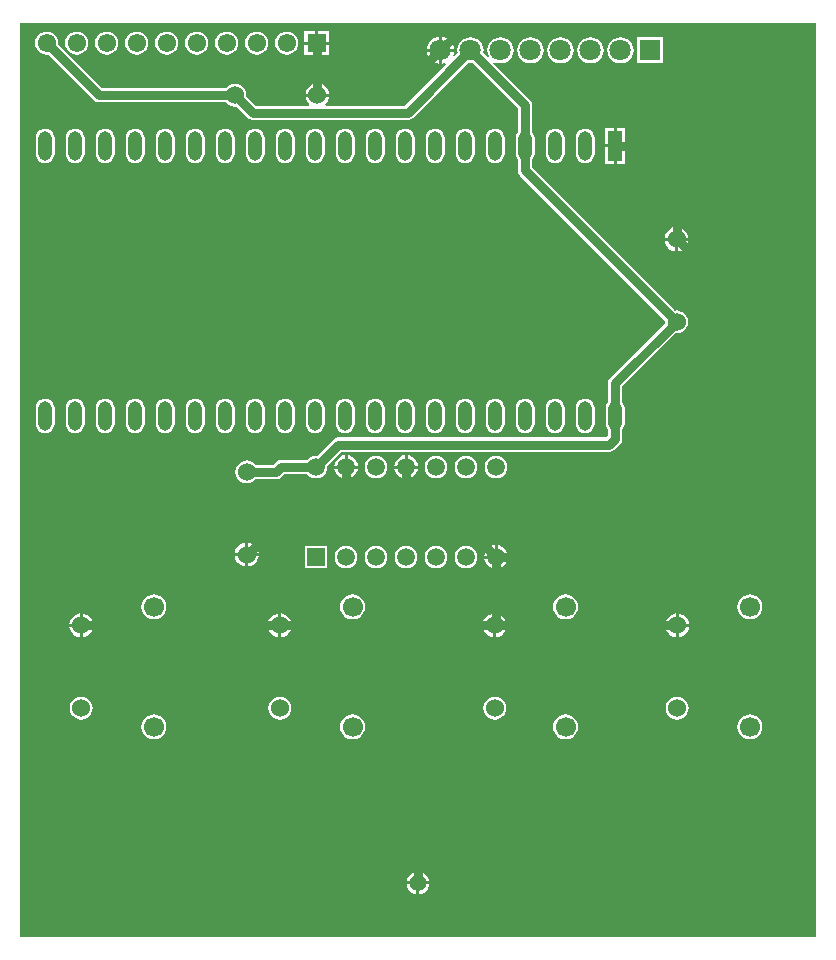
<source format=gbl>
G04 Layer_Physical_Order=2*
G04 Layer_Color=11436288*
%FSLAX44Y44*%
%MOMM*%
G71*
G01*
G75*
%ADD12R,1.5000X1.5000*%
%ADD13C,1.5000*%
%ADD14C,1.7000*%
%ADD15C,1.5240*%
%ADD16R,1.5500X1.5500*%
%ADD17C,1.5500*%
%ADD18R,1.8000X1.8000*%
%ADD19C,1.8000*%
%ADD20R,1.2000X2.5000*%
%ADD21O,1.2000X2.5000*%
%ADD22C,1.4000*%
%ADD23C,0.8000*%
G36*
X986941Y263059D02*
X313059D01*
Y1036941D01*
X986941D01*
Y263059D01*
D02*
G37*
%LPC*%
G36*
X515080Y585730D02*
X506270D01*
Y576920D01*
X507652Y577102D01*
X510124Y578125D01*
X512246Y579754D01*
X513875Y581876D01*
X514898Y584348D01*
X515080Y585730D01*
D02*
G37*
G36*
X503730D02*
X494920D01*
X495102Y584348D01*
X496125Y581876D01*
X497754Y579754D01*
X499876Y578125D01*
X502348Y577102D01*
X503730Y576920D01*
Y585730D01*
D02*
G37*
G36*
X573300Y594400D02*
X554300D01*
Y575400D01*
X573300D01*
Y594400D01*
D02*
G37*
G36*
X714930Y594859D02*
X713579Y594682D01*
X711137Y593670D01*
X709039Y592061D01*
X707430Y589963D01*
X706418Y587521D01*
X706241Y586170D01*
X714930D01*
Y594859D01*
D02*
G37*
G36*
X506270Y597080D02*
Y588270D01*
X515080D01*
X514898Y589652D01*
X513875Y592124D01*
X512246Y594246D01*
X510124Y595875D01*
X507652Y596898D01*
X506270Y597080D01*
D02*
G37*
G36*
X503730D02*
X502348Y596898D01*
X499876Y595875D01*
X497754Y594246D01*
X496125Y592124D01*
X495102Y589652D01*
X494920Y588270D01*
X503730D01*
Y597080D01*
D02*
G37*
G36*
X717470Y594859D02*
Y586170D01*
X726159D01*
X725982Y587521D01*
X724970Y589963D01*
X723361Y592061D01*
X721263Y593670D01*
X718821Y594682D01*
X717470Y594859D01*
D02*
G37*
G36*
X690800Y594482D02*
X688320Y594156D01*
X686009Y593198D01*
X684025Y591675D01*
X682502Y589691D01*
X681544Y587380D01*
X681218Y584900D01*
X681544Y582420D01*
X682502Y580109D01*
X684025Y578125D01*
X686009Y576602D01*
X688320Y575644D01*
X690800Y575318D01*
X693280Y575644D01*
X695591Y576602D01*
X697575Y578125D01*
X699098Y580109D01*
X700055Y582420D01*
X700382Y584900D01*
X700055Y587380D01*
X699098Y589691D01*
X697575Y591675D01*
X695591Y593198D01*
X693280Y594156D01*
X690800Y594482D01*
D02*
G37*
G36*
X726159Y583630D02*
X717470D01*
Y574941D01*
X718821Y575118D01*
X721263Y576130D01*
X723361Y577739D01*
X724970Y579837D01*
X725982Y582279D01*
X726159Y583630D01*
D02*
G37*
G36*
X714930D02*
X706241D01*
X706418Y582279D01*
X707430Y579837D01*
X709039Y577739D01*
X711137Y576130D01*
X713579Y575118D01*
X714930Y574941D01*
Y583630D01*
D02*
G37*
G36*
X931000Y553391D02*
X928259Y553030D01*
X925705Y551972D01*
X923511Y550289D01*
X921828Y548095D01*
X920770Y545541D01*
X920409Y542800D01*
X920770Y540059D01*
X921828Y537505D01*
X923511Y535311D01*
X925705Y533628D01*
X928259Y532570D01*
X931000Y532209D01*
X933741Y532570D01*
X936295Y533628D01*
X938489Y535311D01*
X940172Y537505D01*
X941230Y540059D01*
X941590Y542800D01*
X941230Y545541D01*
X940172Y548095D01*
X938489Y550289D01*
X936295Y551972D01*
X933741Y553030D01*
X931000Y553391D01*
D02*
G37*
G36*
X589200Y594482D02*
X586720Y594156D01*
X584409Y593198D01*
X582425Y591675D01*
X580902Y589691D01*
X579944Y587380D01*
X579618Y584900D01*
X579944Y582420D01*
X580902Y580109D01*
X582425Y578125D01*
X584409Y576602D01*
X586720Y575644D01*
X589200Y575318D01*
X591680Y575644D01*
X593991Y576602D01*
X595975Y578125D01*
X597498Y580109D01*
X598455Y582420D01*
X598782Y584900D01*
X598455Y587380D01*
X597498Y589691D01*
X595975Y591675D01*
X593991Y593198D01*
X591680Y594156D01*
X589200Y594482D01*
D02*
G37*
G36*
X665400D02*
X662920Y594156D01*
X660609Y593198D01*
X658624Y591675D01*
X657102Y589691D01*
X656144Y587380D01*
X655818Y584900D01*
X656144Y582420D01*
X657102Y580109D01*
X658624Y578125D01*
X660609Y576602D01*
X662920Y575644D01*
X665400Y575318D01*
X667880Y575644D01*
X670191Y576602D01*
X672175Y578125D01*
X673698Y580109D01*
X674655Y582420D01*
X674982Y584900D01*
X674655Y587380D01*
X673698Y589691D01*
X672175Y591675D01*
X670191Y593198D01*
X667880Y594156D01*
X665400Y594482D01*
D02*
G37*
G36*
X640000D02*
X637520Y594156D01*
X635209Y593198D01*
X633224Y591675D01*
X631702Y589691D01*
X630745Y587380D01*
X630418Y584900D01*
X630745Y582420D01*
X631702Y580109D01*
X633224Y578125D01*
X635209Y576602D01*
X637520Y575644D01*
X640000Y575318D01*
X642480Y575644D01*
X644791Y576602D01*
X646775Y578125D01*
X648298Y580109D01*
X649255Y582420D01*
X649582Y584900D01*
X649255Y587380D01*
X648298Y589691D01*
X646775Y591675D01*
X644791Y593198D01*
X642480Y594156D01*
X640000Y594482D01*
D02*
G37*
G36*
X614600D02*
X612120Y594156D01*
X609809Y593198D01*
X607825Y591675D01*
X606302Y589691D01*
X605345Y587380D01*
X605018Y584900D01*
X605345Y582420D01*
X606302Y580109D01*
X607825Y578125D01*
X609809Y576602D01*
X612120Y575644D01*
X614600Y575318D01*
X617080Y575644D01*
X619391Y576602D01*
X621375Y578125D01*
X622898Y580109D01*
X623855Y582420D01*
X624182Y584900D01*
X623855Y587380D01*
X622898Y589691D01*
X621375Y591675D01*
X619391Y593198D01*
X617080Y594156D01*
X614600Y594482D01*
D02*
G37*
G36*
X587930Y659830D02*
X579241D01*
X579418Y658479D01*
X580430Y656037D01*
X582039Y653939D01*
X584137Y652330D01*
X586579Y651318D01*
X587930Y651141D01*
Y659830D01*
D02*
G37*
G36*
X641270Y671059D02*
Y662370D01*
X649959D01*
X649782Y663721D01*
X648770Y666163D01*
X647161Y668261D01*
X645063Y669870D01*
X642621Y670882D01*
X641270Y671059D01*
D02*
G37*
G36*
X638730D02*
X637379Y670882D01*
X634937Y669870D01*
X632839Y668261D01*
X631230Y666163D01*
X630218Y663721D01*
X630041Y662370D01*
X638730D01*
Y671059D01*
D02*
G37*
G36*
X590470D02*
Y662370D01*
X599159D01*
X598982Y663721D01*
X597970Y666163D01*
X596361Y668261D01*
X594263Y669870D01*
X591821Y670882D01*
X590470Y671059D01*
D02*
G37*
G36*
X334400Y718969D02*
X332312Y718694D01*
X330365Y717888D01*
X328694Y716606D01*
X327412Y714934D01*
X326606Y712988D01*
X326331Y710900D01*
Y697900D01*
X326606Y695812D01*
X327412Y693866D01*
X328694Y692194D01*
X330365Y690912D01*
X332312Y690106D01*
X334400Y689831D01*
X336488Y690106D01*
X338434Y690912D01*
X340106Y692194D01*
X341388Y693866D01*
X342194Y695812D01*
X342469Y697900D01*
Y710900D01*
X342194Y712988D01*
X341388Y714934D01*
X340106Y716606D01*
X338434Y717888D01*
X336488Y718694D01*
X334400Y718969D01*
D02*
G37*
G36*
X410600D02*
X408512Y718694D01*
X406566Y717888D01*
X404894Y716606D01*
X403612Y714934D01*
X402806Y712988D01*
X402531Y710900D01*
Y697900D01*
X402806Y695812D01*
X403612Y693866D01*
X404894Y692194D01*
X406566Y690912D01*
X408512Y690106D01*
X410600Y689831D01*
X412688Y690106D01*
X414635Y690912D01*
X416306Y692194D01*
X417588Y693866D01*
X418394Y695812D01*
X418669Y697900D01*
Y710900D01*
X418394Y712988D01*
X417588Y714934D01*
X416306Y716606D01*
X414635Y717888D01*
X412688Y718694D01*
X410600Y718969D01*
D02*
G37*
G36*
X385200D02*
X383112Y718694D01*
X381166Y717888D01*
X379494Y716606D01*
X378212Y714934D01*
X377406Y712988D01*
X377131Y710900D01*
Y697900D01*
X377406Y695812D01*
X378212Y693866D01*
X379494Y692194D01*
X381166Y690912D01*
X383112Y690106D01*
X385200Y689831D01*
X387288Y690106D01*
X389235Y690912D01*
X390906Y692194D01*
X392188Y693866D01*
X392994Y695812D01*
X393269Y697900D01*
Y710900D01*
X392994Y712988D01*
X392188Y714934D01*
X390906Y716606D01*
X389235Y717888D01*
X387288Y718694D01*
X385200Y718969D01*
D02*
G37*
G36*
X359800D02*
X357712Y718694D01*
X355765Y717888D01*
X354094Y716606D01*
X352812Y714934D01*
X352006Y712988D01*
X351731Y710900D01*
Y697900D01*
X352006Y695812D01*
X352812Y693866D01*
X354094Y692194D01*
X355765Y690912D01*
X357712Y690106D01*
X359800Y689831D01*
X361888Y690106D01*
X363834Y690912D01*
X365506Y692194D01*
X366788Y693866D01*
X367594Y695812D01*
X367869Y697900D01*
Y710900D01*
X367594Y712988D01*
X366788Y714934D01*
X365506Y716606D01*
X363834Y717888D01*
X361888Y718694D01*
X359800Y718969D01*
D02*
G37*
G36*
X587930Y671059D02*
X586579Y670882D01*
X584137Y669870D01*
X582039Y668261D01*
X580430Y666163D01*
X579418Y663721D01*
X579241Y662370D01*
X587930D01*
Y671059D01*
D02*
G37*
G36*
X649959Y659830D02*
X641270D01*
Y651141D01*
X642621Y651318D01*
X645063Y652330D01*
X647161Y653939D01*
X648770Y656037D01*
X649782Y658479D01*
X649959Y659830D01*
D02*
G37*
G36*
X638730D02*
X630041D01*
X630218Y658479D01*
X631230Y656037D01*
X632839Y653939D01*
X634937Y652330D01*
X637379Y651318D01*
X638730Y651141D01*
Y659830D01*
D02*
G37*
G36*
X599159D02*
X590470D01*
Y651141D01*
X591821Y651318D01*
X594263Y652330D01*
X596361Y653939D01*
X597970Y656037D01*
X598982Y658479D01*
X599159Y659830D01*
D02*
G37*
G36*
X614600Y670682D02*
X612120Y670356D01*
X609809Y669398D01*
X607825Y667875D01*
X606302Y665891D01*
X605345Y663580D01*
X605018Y661100D01*
X605345Y658620D01*
X606302Y656309D01*
X607825Y654324D01*
X609809Y652802D01*
X612120Y651844D01*
X614600Y651518D01*
X617080Y651844D01*
X619391Y652802D01*
X621375Y654324D01*
X622898Y656309D01*
X623855Y658620D01*
X624182Y661100D01*
X623855Y663580D01*
X622898Y665891D01*
X621375Y667875D01*
X619391Y669398D01*
X617080Y670356D01*
X614600Y670682D01*
D02*
G37*
G36*
X716200D02*
X713720Y670356D01*
X711409Y669398D01*
X709425Y667875D01*
X707902Y665891D01*
X706945Y663580D01*
X706618Y661100D01*
X706945Y658620D01*
X707902Y656309D01*
X709425Y654324D01*
X711409Y652802D01*
X713720Y651844D01*
X716200Y651518D01*
X718680Y651844D01*
X720991Y652802D01*
X722975Y654324D01*
X724498Y656309D01*
X725455Y658620D01*
X725782Y661100D01*
X725455Y663580D01*
X724498Y665891D01*
X722975Y667875D01*
X720991Y669398D01*
X718680Y670356D01*
X716200Y670682D01*
D02*
G37*
G36*
X690800D02*
X688320Y670356D01*
X686009Y669398D01*
X684025Y667875D01*
X682502Y665891D01*
X681544Y663580D01*
X681218Y661100D01*
X681544Y658620D01*
X682502Y656309D01*
X684025Y654324D01*
X686009Y652802D01*
X688320Y651844D01*
X690800Y651518D01*
X693280Y651844D01*
X695591Y652802D01*
X697575Y654324D01*
X699098Y656309D01*
X700055Y658620D01*
X700382Y661100D01*
X700055Y663580D01*
X699098Y665891D01*
X697575Y667875D01*
X695591Y669398D01*
X693280Y670356D01*
X690800Y670682D01*
D02*
G37*
G36*
X665400D02*
X662920Y670356D01*
X660609Y669398D01*
X658624Y667875D01*
X657102Y665891D01*
X656144Y663580D01*
X655818Y661100D01*
X656144Y658620D01*
X657102Y656309D01*
X658624Y654324D01*
X660609Y652802D01*
X662920Y651844D01*
X665400Y651518D01*
X667880Y651844D01*
X670191Y652802D01*
X672175Y654324D01*
X673698Y656309D01*
X674655Y658620D01*
X674982Y661100D01*
X674655Y663580D01*
X673698Y665891D01*
X672175Y667875D01*
X670191Y669398D01*
X667880Y670356D01*
X665400Y670682D01*
D02*
G37*
G36*
X715000Y466703D02*
X712489Y466372D01*
X710148Y465403D01*
X708139Y463861D01*
X706597Y461852D01*
X705628Y459511D01*
X705297Y457000D01*
X705628Y454489D01*
X706597Y452149D01*
X708139Y450139D01*
X710148Y448597D01*
X712489Y447628D01*
X715000Y447297D01*
X717511Y447628D01*
X719852Y448597D01*
X721861Y450139D01*
X723403Y452149D01*
X724372Y454489D01*
X724703Y457000D01*
X724372Y459511D01*
X723403Y461852D01*
X721861Y463861D01*
X719852Y465403D01*
X717511Y466372D01*
X715000Y466703D01*
D02*
G37*
G36*
X533163D02*
X530652Y466372D01*
X528311Y465403D01*
X526302Y463861D01*
X524760Y461852D01*
X523791Y459511D01*
X523460Y457000D01*
X523791Y454489D01*
X524760Y452149D01*
X526302Y450139D01*
X528311Y448597D01*
X530652Y447628D01*
X533163Y447297D01*
X535674Y447628D01*
X538014Y448597D01*
X540024Y450139D01*
X541566Y452149D01*
X542535Y454489D01*
X542866Y457000D01*
X542535Y459511D01*
X541566Y461852D01*
X540024Y463861D01*
X538014Y465403D01*
X535674Y466372D01*
X533163Y466703D01*
D02*
G37*
G36*
X365000D02*
X362489Y466372D01*
X360149Y465403D01*
X358139Y463861D01*
X356597Y461852D01*
X355628Y459511D01*
X355297Y457000D01*
X355628Y454489D01*
X356597Y452149D01*
X358139Y450139D01*
X360149Y448597D01*
X362489Y447628D01*
X365000Y447297D01*
X367511Y447628D01*
X369851Y448597D01*
X371861Y450139D01*
X373403Y452149D01*
X374372Y454489D01*
X374703Y457000D01*
X374372Y459511D01*
X373403Y461852D01*
X371861Y463861D01*
X369851Y465403D01*
X367511Y466372D01*
X365000Y466703D01*
D02*
G37*
G36*
X869489D02*
X866977Y466372D01*
X864637Y465403D01*
X862627Y463861D01*
X861085Y461852D01*
X860116Y459511D01*
X859786Y457000D01*
X860116Y454489D01*
X861085Y452149D01*
X862627Y450139D01*
X864637Y448597D01*
X866977Y447628D01*
X869489Y447297D01*
X872000Y447628D01*
X874340Y448597D01*
X876349Y450139D01*
X877891Y452149D01*
X878861Y454489D01*
X879192Y457000D01*
X878861Y459511D01*
X877891Y461852D01*
X876349Y463861D01*
X874340Y465403D01*
X872000Y466372D01*
X869489Y466703D01*
D02*
G37*
G36*
X531893Y525730D02*
X523082D01*
X523264Y524348D01*
X524288Y521876D01*
X525917Y519754D01*
X528039Y518125D01*
X530510Y517102D01*
X531893Y516920D01*
Y525730D01*
D02*
G37*
G36*
X375080D02*
X366270D01*
Y516920D01*
X367652Y517102D01*
X370124Y518125D01*
X372246Y519754D01*
X373875Y521876D01*
X374898Y524348D01*
X375080Y525730D01*
D02*
G37*
G36*
X363730D02*
X354920D01*
X355102Y524348D01*
X356125Y521876D01*
X357754Y519754D01*
X359876Y518125D01*
X362348Y517102D01*
X363730Y516920D01*
Y525730D01*
D02*
G37*
G36*
X931000Y451791D02*
X928259Y451430D01*
X925705Y450372D01*
X923511Y448689D01*
X921828Y446495D01*
X920770Y443941D01*
X920409Y441200D01*
X920770Y438459D01*
X921828Y435905D01*
X923511Y433711D01*
X925705Y432028D01*
X928259Y430970D01*
X931000Y430609D01*
X933741Y430970D01*
X936295Y432028D01*
X938489Y433711D01*
X940172Y435905D01*
X941230Y438459D01*
X941590Y441200D01*
X941230Y443941D01*
X940172Y446495D01*
X938489Y448689D01*
X936295Y450372D01*
X933741Y451430D01*
X931000Y451791D01*
D02*
G37*
G36*
X648730Y318455D02*
X647510Y318294D01*
X645189Y317333D01*
X643196Y315804D01*
X641667Y313811D01*
X640706Y311490D01*
X640545Y310270D01*
X648730D01*
Y318455D01*
D02*
G37*
G36*
X659455Y307730D02*
X651270D01*
Y299545D01*
X652490Y299706D01*
X654811Y300667D01*
X656804Y302196D01*
X658333Y304189D01*
X659295Y306509D01*
X659455Y307730D01*
D02*
G37*
G36*
X648730D02*
X640545D01*
X640706Y306509D01*
X641667Y304189D01*
X643196Y302196D01*
X645189Y300667D01*
X647510Y299706D01*
X648730Y299545D01*
Y307730D01*
D02*
G37*
G36*
X651270Y318455D02*
Y310270D01*
X659455D01*
X659295Y311490D01*
X658333Y313811D01*
X656804Y315804D01*
X654811Y317333D01*
X652490Y318294D01*
X651270Y318455D01*
D02*
G37*
G36*
X775000Y451791D02*
X772259Y451430D01*
X769705Y450372D01*
X767511Y448689D01*
X765828Y446495D01*
X764770Y443941D01*
X764409Y441200D01*
X764770Y438459D01*
X765828Y435905D01*
X767511Y433711D01*
X769705Y432028D01*
X772259Y430970D01*
X775000Y430609D01*
X777741Y430970D01*
X780295Y432028D01*
X782489Y433711D01*
X784172Y435905D01*
X785230Y438459D01*
X785591Y441200D01*
X785230Y443941D01*
X784172Y446495D01*
X782489Y448689D01*
X780295Y450372D01*
X777741Y451430D01*
X775000Y451791D01*
D02*
G37*
G36*
X594674D02*
X591933Y451430D01*
X589379Y450372D01*
X587186Y448689D01*
X585503Y446495D01*
X584445Y443941D01*
X584084Y441200D01*
X584445Y438459D01*
X585503Y435905D01*
X587186Y433711D01*
X589379Y432028D01*
X591933Y430970D01*
X594674Y430609D01*
X597415Y430970D01*
X599969Y432028D01*
X602163Y433711D01*
X603846Y435905D01*
X604904Y438459D01*
X605265Y441200D01*
X604904Y443941D01*
X603846Y446495D01*
X602163Y448689D01*
X599969Y450372D01*
X597415Y451430D01*
X594674Y451791D01*
D02*
G37*
G36*
X426511D02*
X423770Y451430D01*
X421216Y450372D01*
X419023Y448689D01*
X417340Y446495D01*
X416282Y443941D01*
X415921Y441200D01*
X416282Y438459D01*
X417340Y435905D01*
X419023Y433711D01*
X421216Y432028D01*
X423770Y430970D01*
X426511Y430609D01*
X429253Y430970D01*
X431807Y432028D01*
X434000Y433711D01*
X435683Y435905D01*
X436741Y438459D01*
X437102Y441200D01*
X436741Y443941D01*
X435683Y446495D01*
X434000Y448689D01*
X431807Y450372D01*
X429253Y451430D01*
X426511Y451791D01*
D02*
G37*
G36*
X543243Y525730D02*
X534433D01*
Y516920D01*
X535815Y517102D01*
X538287Y518125D01*
X540409Y519754D01*
X542038Y521876D01*
X543061Y524348D01*
X543243Y525730D01*
D02*
G37*
G36*
X868219Y537080D02*
X866836Y536898D01*
X864365Y535875D01*
X862242Y534246D01*
X860614Y532124D01*
X859590Y529652D01*
X859408Y528270D01*
X868219D01*
Y537080D01*
D02*
G37*
G36*
X716270D02*
Y528270D01*
X725080D01*
X724899Y529652D01*
X723875Y532124D01*
X722246Y534246D01*
X720124Y535875D01*
X717652Y536898D01*
X716270Y537080D01*
D02*
G37*
G36*
X713730D02*
X712348Y536898D01*
X709876Y535875D01*
X707754Y534246D01*
X706125Y532124D01*
X705101Y529652D01*
X704920Y528270D01*
X713730D01*
Y537080D01*
D02*
G37*
G36*
X870759D02*
Y528270D01*
X879569D01*
X879387Y529652D01*
X878363Y532124D01*
X876735Y534246D01*
X874612Y535875D01*
X872141Y536898D01*
X870759Y537080D01*
D02*
G37*
G36*
X775000Y553391D02*
X772259Y553030D01*
X769705Y551972D01*
X767511Y550289D01*
X765828Y548095D01*
X764770Y545541D01*
X764409Y542800D01*
X764770Y540059D01*
X765828Y537505D01*
X767511Y535311D01*
X769705Y533628D01*
X772259Y532570D01*
X775000Y532209D01*
X777741Y532570D01*
X780295Y533628D01*
X782489Y535311D01*
X784172Y537505D01*
X785230Y540059D01*
X785591Y542800D01*
X785230Y545541D01*
X784172Y548095D01*
X782489Y550289D01*
X780295Y551972D01*
X777741Y553030D01*
X775000Y553391D01*
D02*
G37*
G36*
X594674D02*
X591933Y553030D01*
X589379Y551972D01*
X587186Y550289D01*
X585503Y548095D01*
X584445Y545541D01*
X584084Y542800D01*
X584445Y540059D01*
X585503Y537505D01*
X587186Y535311D01*
X589379Y533628D01*
X591933Y532570D01*
X594674Y532209D01*
X597415Y532570D01*
X599969Y533628D01*
X602163Y535311D01*
X603846Y537505D01*
X604904Y540059D01*
X605265Y542800D01*
X604904Y545541D01*
X603846Y548095D01*
X602163Y550289D01*
X599969Y551972D01*
X597415Y553030D01*
X594674Y553391D01*
D02*
G37*
G36*
X426511D02*
X423770Y553030D01*
X421216Y551972D01*
X419023Y550289D01*
X417340Y548095D01*
X416282Y545541D01*
X415921Y542800D01*
X416282Y540059D01*
X417340Y537505D01*
X419023Y535311D01*
X421216Y533628D01*
X423770Y532570D01*
X426511Y532209D01*
X429253Y532570D01*
X431807Y533628D01*
X434000Y535311D01*
X435683Y537505D01*
X436741Y540059D01*
X437102Y542800D01*
X436741Y545541D01*
X435683Y548095D01*
X434000Y550289D01*
X431807Y551972D01*
X429253Y553030D01*
X426511Y553391D01*
D02*
G37*
G36*
X534433Y537080D02*
Y528270D01*
X543243D01*
X543061Y529652D01*
X542038Y532124D01*
X540409Y534246D01*
X538287Y535875D01*
X535815Y536898D01*
X534433Y537080D01*
D02*
G37*
G36*
X868219Y525730D02*
X859408D01*
X859590Y524348D01*
X860614Y521876D01*
X862242Y519754D01*
X864365Y518125D01*
X866836Y517102D01*
X868219Y516920D01*
Y525730D01*
D02*
G37*
G36*
X725080D02*
X716270D01*
Y516920D01*
X717652Y517102D01*
X720124Y518125D01*
X722246Y519754D01*
X723875Y521876D01*
X724899Y524348D01*
X725080Y525730D01*
D02*
G37*
G36*
X713730D02*
X704920D01*
X705101Y524348D01*
X706125Y521876D01*
X707754Y519754D01*
X709876Y518125D01*
X712348Y517102D01*
X713730Y516920D01*
Y525730D01*
D02*
G37*
G36*
X879569D02*
X870759D01*
Y516920D01*
X872141Y517102D01*
X874612Y518125D01*
X876735Y519754D01*
X878363Y521876D01*
X879387Y524348D01*
X879569Y525730D01*
D02*
G37*
G36*
X531893Y537080D02*
X530510Y536898D01*
X528039Y535875D01*
X525917Y534246D01*
X524288Y532124D01*
X523264Y529652D01*
X523082Y528270D01*
X531893D01*
Y537080D01*
D02*
G37*
G36*
X366270D02*
Y528270D01*
X375080D01*
X374898Y529652D01*
X373875Y532124D01*
X372246Y534246D01*
X370124Y535875D01*
X367652Y536898D01*
X366270Y537080D01*
D02*
G37*
G36*
X363730D02*
X362348Y536898D01*
X359876Y535875D01*
X357754Y534246D01*
X356125Y532124D01*
X355102Y529652D01*
X354920Y528270D01*
X363730D01*
Y537080D01*
D02*
G37*
G36*
X436000Y718969D02*
X433912Y718694D01*
X431965Y717888D01*
X430294Y716606D01*
X429012Y714934D01*
X428206Y712988D01*
X427931Y710900D01*
Y697900D01*
X428206Y695812D01*
X429012Y693866D01*
X430294Y692194D01*
X431965Y690912D01*
X433912Y690106D01*
X436000Y689831D01*
X438088Y690106D01*
X440034Y690912D01*
X441706Y692194D01*
X442988Y693866D01*
X443794Y695812D01*
X444069Y697900D01*
Y710900D01*
X443794Y712988D01*
X442988Y714934D01*
X441706Y716606D01*
X440034Y717888D01*
X438088Y718694D01*
X436000Y718969D01*
D02*
G37*
G36*
X667830Y1012730D02*
X657628D01*
X657857Y1010987D01*
X659020Y1008180D01*
X660870Y1005770D01*
X663280Y1003920D01*
X666087Y1002757D01*
X667830Y1002528D01*
Y1012730D01*
D02*
G37*
G36*
X566270Y986080D02*
Y977270D01*
X575080D01*
X574898Y978652D01*
X573875Y981124D01*
X572246Y983246D01*
X570124Y984875D01*
X567652Y985899D01*
X566270Y986080D01*
D02*
G37*
G36*
X563730D02*
X562348Y985899D01*
X559876Y984875D01*
X557754Y983246D01*
X556125Y981124D01*
X555102Y978652D01*
X554920Y977270D01*
X563730D01*
Y986080D01*
D02*
G37*
G36*
X335700Y1029834D02*
X333155Y1029499D01*
X330783Y1028517D01*
X328746Y1026954D01*
X327183Y1024917D01*
X326201Y1022545D01*
X325866Y1020000D01*
X326201Y1017455D01*
X327183Y1015083D01*
X328746Y1013046D01*
X330783Y1011483D01*
X333155Y1010501D01*
X335700Y1010166D01*
X336745Y1010303D01*
X375374Y971674D01*
X377359Y970348D01*
X379700Y969883D01*
X487568D01*
X488139Y969139D01*
X490149Y967597D01*
X492489Y966628D01*
X495000Y966297D01*
X495929Y966419D01*
X505674Y956674D01*
X507659Y955348D01*
X510000Y954883D01*
X641500D01*
X643841Y955348D01*
X645826Y956674D01*
X692341Y1003189D01*
X694500Y1002905D01*
X696659Y1003189D01*
X734682Y965166D01*
Y944669D01*
X733812Y943534D01*
X733006Y941588D01*
X732731Y939500D01*
Y926500D01*
X733006Y924412D01*
X733812Y922466D01*
X734682Y921331D01*
Y912200D01*
X735148Y909859D01*
X736474Y907874D01*
X859419Y784929D01*
X859297Y784000D01*
X859419Y783071D01*
X812674Y736326D01*
X811348Y734341D01*
X810882Y732000D01*
Y716069D01*
X810012Y714934D01*
X809206Y712988D01*
X808931Y710900D01*
Y697900D01*
X809206Y695812D01*
X810012Y693866D01*
X810882Y692731D01*
Y687534D01*
X809466Y686118D01*
X582700D01*
X580359Y685652D01*
X578374Y684326D01*
X564622Y670574D01*
X563800Y670682D01*
X561320Y670356D01*
X559009Y669398D01*
X557024Y667875D01*
X556520Y667217D01*
X534100D01*
X531759Y666752D01*
X529774Y665426D01*
X527466Y663118D01*
X512432D01*
X511861Y663861D01*
X509851Y665403D01*
X507511Y666372D01*
X505000Y666703D01*
X502489Y666372D01*
X500149Y665403D01*
X498139Y663861D01*
X496597Y661852D01*
X495628Y659511D01*
X495297Y657000D01*
X495628Y654489D01*
X496597Y652149D01*
X498139Y650139D01*
X500149Y648597D01*
X502489Y647628D01*
X505000Y647297D01*
X507511Y647628D01*
X509851Y648597D01*
X511861Y650139D01*
X512432Y650882D01*
X530000D01*
X532341Y651348D01*
X534326Y652674D01*
X536634Y654983D01*
X556520D01*
X557024Y654324D01*
X559009Y652802D01*
X561320Y651844D01*
X563800Y651518D01*
X566280Y651844D01*
X568591Y652802D01*
X570575Y654324D01*
X572098Y656309D01*
X573055Y658620D01*
X573382Y661100D01*
X573274Y661922D01*
X585234Y673883D01*
X812000D01*
X814341Y674348D01*
X816326Y675674D01*
X821326Y680674D01*
X822652Y682659D01*
X823118Y685000D01*
Y692731D01*
X823988Y693866D01*
X824794Y695812D01*
X825069Y697900D01*
Y710900D01*
X824794Y712988D01*
X823988Y714934D01*
X823118Y716069D01*
Y729466D01*
X868071Y774419D01*
X869000Y774297D01*
X871511Y774628D01*
X873851Y775597D01*
X875861Y777139D01*
X877403Y779148D01*
X878372Y781489D01*
X878703Y784000D01*
X878372Y786511D01*
X877403Y788851D01*
X875861Y790861D01*
X873851Y792403D01*
X871511Y793372D01*
X869000Y793703D01*
X868071Y793581D01*
X746917Y914734D01*
Y921331D01*
X747788Y922466D01*
X748594Y924412D01*
X748869Y926500D01*
Y939500D01*
X748594Y941588D01*
X747788Y943534D01*
X746917Y944669D01*
Y967700D01*
X746452Y970041D01*
X745921Y970836D01*
X745126Y972026D01*
X713980Y1003171D01*
X714700Y1004248D01*
X717028Y1003283D01*
X719900Y1002905D01*
X722772Y1003283D01*
X725447Y1004391D01*
X727745Y1006155D01*
X729509Y1008453D01*
X730617Y1011128D01*
X730995Y1014000D01*
X730617Y1016872D01*
X729509Y1019548D01*
X727745Y1021845D01*
X725447Y1023608D01*
X722772Y1024717D01*
X719900Y1025095D01*
X717028Y1024717D01*
X714352Y1023608D01*
X712055Y1021845D01*
X710292Y1019548D01*
X709183Y1016872D01*
X708805Y1014000D01*
X709183Y1011128D01*
X710148Y1008800D01*
X709071Y1008081D01*
X705311Y1011841D01*
X705595Y1014000D01*
X705217Y1016872D01*
X704109Y1019548D01*
X702345Y1021845D01*
X700048Y1023608D01*
X697372Y1024717D01*
X694500Y1025095D01*
X691628Y1024717D01*
X688952Y1023608D01*
X686655Y1021845D01*
X684892Y1019548D01*
X683783Y1016872D01*
X683405Y1014000D01*
X683689Y1011841D01*
X680927Y1009078D01*
X679850Y1009798D01*
X680343Y1010987D01*
X680572Y1012730D01*
X670370D01*
Y1002528D01*
X672113Y1002757D01*
X673302Y1003250D01*
X674022Y1002173D01*
X638966Y967117D01*
X572200D01*
X571769Y968388D01*
X572246Y968754D01*
X573875Y970876D01*
X574898Y973348D01*
X575080Y974730D01*
X554920D01*
X555102Y973348D01*
X556125Y970876D01*
X557754Y968754D01*
X558231Y968388D01*
X557800Y967117D01*
X512534D01*
X504581Y975071D01*
X504703Y976000D01*
X504372Y978511D01*
X503403Y980852D01*
X501861Y982861D01*
X499851Y984403D01*
X497511Y985372D01*
X495000Y985703D01*
X492489Y985372D01*
X490149Y984403D01*
X488139Y982861D01*
X487568Y982117D01*
X382234D01*
X345396Y1018955D01*
X345534Y1020000D01*
X345199Y1022545D01*
X344217Y1024917D01*
X342654Y1026954D01*
X340617Y1028517D01*
X338245Y1029499D01*
X335700Y1029834D01*
D02*
G37*
G36*
X796100Y1025095D02*
X793228Y1024717D01*
X790553Y1023608D01*
X788255Y1021845D01*
X786491Y1019548D01*
X785383Y1016872D01*
X785005Y1014000D01*
X785383Y1011128D01*
X786491Y1008453D01*
X788255Y1006155D01*
X790553Y1004391D01*
X793228Y1003283D01*
X796100Y1002905D01*
X798972Y1003283D01*
X801647Y1004391D01*
X803945Y1006155D01*
X805708Y1008453D01*
X806817Y1011128D01*
X807195Y1014000D01*
X806817Y1016872D01*
X805708Y1019548D01*
X803945Y1021845D01*
X801647Y1023608D01*
X798972Y1024717D01*
X796100Y1025095D01*
D02*
G37*
G36*
X770700D02*
X767828Y1024717D01*
X765153Y1023608D01*
X762855Y1021845D01*
X761092Y1019548D01*
X759983Y1016872D01*
X759605Y1014000D01*
X759983Y1011128D01*
X761092Y1008453D01*
X762855Y1006155D01*
X765153Y1004391D01*
X767828Y1003283D01*
X770700Y1002905D01*
X773572Y1003283D01*
X776247Y1004391D01*
X778545Y1006155D01*
X780309Y1008453D01*
X781417Y1011128D01*
X781795Y1014000D01*
X781417Y1016872D01*
X780309Y1019548D01*
X778545Y1021845D01*
X776247Y1023608D01*
X773572Y1024717D01*
X770700Y1025095D01*
D02*
G37*
G36*
X745300D02*
X742428Y1024717D01*
X739753Y1023608D01*
X737455Y1021845D01*
X735692Y1019548D01*
X734583Y1016872D01*
X734205Y1014000D01*
X734583Y1011128D01*
X735692Y1008453D01*
X737455Y1006155D01*
X739753Y1004391D01*
X742428Y1003283D01*
X745300Y1002905D01*
X748172Y1003283D01*
X750847Y1004391D01*
X753145Y1006155D01*
X754909Y1008453D01*
X756017Y1011128D01*
X756395Y1014000D01*
X756017Y1016872D01*
X754909Y1019548D01*
X753145Y1021845D01*
X750847Y1023608D01*
X748172Y1024717D01*
X745300Y1025095D01*
D02*
G37*
G36*
X825540Y948040D02*
X818270D01*
Y934270D01*
X825540D01*
Y948040D01*
D02*
G37*
G36*
X690000Y947569D02*
X687912Y947294D01*
X685965Y946488D01*
X684294Y945206D01*
X683012Y943534D01*
X682206Y941588D01*
X681931Y939500D01*
Y926500D01*
X682206Y924412D01*
X683012Y922466D01*
X684294Y920794D01*
X685965Y919512D01*
X687912Y918706D01*
X690000Y918431D01*
X692088Y918706D01*
X694035Y919512D01*
X695706Y920794D01*
X696988Y922466D01*
X697794Y924412D01*
X698069Y926500D01*
Y939500D01*
X697794Y941588D01*
X696988Y943534D01*
X695706Y945206D01*
X694035Y946488D01*
X692088Y947294D01*
X690000Y947569D01*
D02*
G37*
G36*
X664600D02*
X662512Y947294D01*
X660565Y946488D01*
X658894Y945206D01*
X657612Y943534D01*
X656806Y941588D01*
X656531Y939500D01*
Y926500D01*
X656806Y924412D01*
X657612Y922466D01*
X658894Y920794D01*
X660565Y919512D01*
X662512Y918706D01*
X664600Y918431D01*
X666688Y918706D01*
X668634Y919512D01*
X670306Y920794D01*
X671588Y922466D01*
X672394Y924412D01*
X672669Y926500D01*
Y939500D01*
X672394Y941588D01*
X671588Y943534D01*
X670306Y945206D01*
X668634Y946488D01*
X666688Y947294D01*
X664600Y947569D01*
D02*
G37*
G36*
X639200D02*
X637112Y947294D01*
X635165Y946488D01*
X633494Y945206D01*
X632212Y943534D01*
X631406Y941588D01*
X631131Y939500D01*
Y926500D01*
X631406Y924412D01*
X632212Y922466D01*
X633494Y920794D01*
X635165Y919512D01*
X637112Y918706D01*
X639200Y918431D01*
X641288Y918706D01*
X643234Y919512D01*
X644906Y920794D01*
X646188Y922466D01*
X646994Y924412D01*
X647269Y926500D01*
Y939500D01*
X646994Y941588D01*
X646188Y943534D01*
X644906Y945206D01*
X643234Y946488D01*
X641288Y947294D01*
X639200Y947569D01*
D02*
G37*
G36*
X715400D02*
X713312Y947294D01*
X711366Y946488D01*
X709694Y945206D01*
X708412Y943534D01*
X707606Y941588D01*
X707331Y939500D01*
Y926500D01*
X707606Y924412D01*
X708412Y922466D01*
X709694Y920794D01*
X711366Y919512D01*
X713312Y918706D01*
X715400Y918431D01*
X717488Y918706D01*
X719435Y919512D01*
X721106Y920794D01*
X722388Y922466D01*
X723194Y924412D01*
X723469Y926500D01*
Y939500D01*
X723194Y941588D01*
X722388Y943534D01*
X721106Y945206D01*
X719435Y946488D01*
X717488Y947294D01*
X715400Y947569D01*
D02*
G37*
G36*
X815730Y948040D02*
X808460D01*
Y934270D01*
X815730D01*
Y948040D01*
D02*
G37*
G36*
X791600Y947569D02*
X789512Y947294D01*
X787566Y946488D01*
X785894Y945206D01*
X784612Y943534D01*
X783806Y941588D01*
X783531Y939500D01*
Y926500D01*
X783806Y924412D01*
X784612Y922466D01*
X785894Y920794D01*
X787566Y919512D01*
X789512Y918706D01*
X791600Y918431D01*
X793688Y918706D01*
X795635Y919512D01*
X797306Y920794D01*
X798588Y922466D01*
X799394Y924412D01*
X799669Y926500D01*
Y939500D01*
X799394Y941588D01*
X798588Y943534D01*
X797306Y945206D01*
X795635Y946488D01*
X793688Y947294D01*
X791600Y947569D01*
D02*
G37*
G36*
X766200D02*
X764112Y947294D01*
X762166Y946488D01*
X760494Y945206D01*
X759212Y943534D01*
X758406Y941588D01*
X758131Y939500D01*
Y926500D01*
X758406Y924412D01*
X759212Y922466D01*
X760494Y920794D01*
X762166Y919512D01*
X764112Y918706D01*
X766200Y918431D01*
X768288Y918706D01*
X770235Y919512D01*
X771906Y920794D01*
X773188Y922466D01*
X773994Y924412D01*
X774269Y926500D01*
Y939500D01*
X773994Y941588D01*
X773188Y943534D01*
X771906Y945206D01*
X770235Y946488D01*
X768288Y947294D01*
X766200Y947569D01*
D02*
G37*
G36*
X821500Y1025095D02*
X818628Y1024717D01*
X815953Y1023608D01*
X813655Y1021845D01*
X811891Y1019548D01*
X810783Y1016872D01*
X810405Y1014000D01*
X810783Y1011128D01*
X811891Y1008453D01*
X813655Y1006155D01*
X815953Y1004391D01*
X818628Y1003283D01*
X821500Y1002905D01*
X824372Y1003283D01*
X827048Y1004391D01*
X829345Y1006155D01*
X831108Y1008453D01*
X832217Y1011128D01*
X832595Y1014000D01*
X832217Y1016872D01*
X831108Y1019548D01*
X829345Y1021845D01*
X827048Y1023608D01*
X824372Y1024717D01*
X821500Y1025095D01*
D02*
G37*
G36*
X538900Y1029834D02*
X536355Y1029499D01*
X533983Y1028517D01*
X531946Y1026954D01*
X530383Y1024917D01*
X529401Y1022545D01*
X529066Y1020000D01*
X529401Y1017455D01*
X530383Y1015083D01*
X531946Y1013046D01*
X533983Y1011483D01*
X536355Y1010501D01*
X538900Y1010166D01*
X541445Y1010501D01*
X543817Y1011483D01*
X545854Y1013046D01*
X547417Y1015083D01*
X548399Y1017455D01*
X548734Y1020000D01*
X548399Y1022545D01*
X547417Y1024917D01*
X545854Y1026954D01*
X543817Y1028517D01*
X541445Y1029499D01*
X538900Y1029834D01*
D02*
G37*
G36*
X513500D02*
X510955Y1029499D01*
X508583Y1028517D01*
X506546Y1026954D01*
X504983Y1024917D01*
X504001Y1022545D01*
X503666Y1020000D01*
X504001Y1017455D01*
X504983Y1015083D01*
X506546Y1013046D01*
X508583Y1011483D01*
X510955Y1010501D01*
X513500Y1010166D01*
X516045Y1010501D01*
X518417Y1011483D01*
X520454Y1013046D01*
X522017Y1015083D01*
X522999Y1017455D01*
X523334Y1020000D01*
X522999Y1022545D01*
X522017Y1024917D01*
X520454Y1026954D01*
X518417Y1028517D01*
X516045Y1029499D01*
X513500Y1029834D01*
D02*
G37*
G36*
X488100D02*
X485555Y1029499D01*
X483183Y1028517D01*
X481146Y1026954D01*
X479583Y1024917D01*
X478601Y1022545D01*
X478266Y1020000D01*
X478601Y1017455D01*
X479583Y1015083D01*
X481146Y1013046D01*
X483183Y1011483D01*
X485555Y1010501D01*
X488100Y1010166D01*
X490645Y1010501D01*
X493017Y1011483D01*
X495054Y1013046D01*
X496617Y1015083D01*
X497599Y1017455D01*
X497934Y1020000D01*
X497599Y1022545D01*
X496617Y1024917D01*
X495054Y1026954D01*
X493017Y1028517D01*
X490645Y1029499D01*
X488100Y1029834D01*
D02*
G37*
G36*
X667830Y1025472D02*
X666087Y1025243D01*
X663280Y1024080D01*
X660870Y1022230D01*
X659020Y1019820D01*
X657857Y1017012D01*
X657628Y1015270D01*
X667830D01*
Y1025472D01*
D02*
G37*
G36*
X574590Y1030290D02*
X565570D01*
Y1021270D01*
X574590D01*
Y1030290D01*
D02*
G37*
G36*
X563030D02*
X554010D01*
Y1021270D01*
X563030D01*
Y1030290D01*
D02*
G37*
G36*
X670370Y1025472D02*
Y1015270D01*
X680572D01*
X680343Y1017012D01*
X679180Y1019820D01*
X677330Y1022230D01*
X674920Y1024080D01*
X672113Y1025243D01*
X670370Y1025472D01*
D02*
G37*
G36*
X462700Y1029834D02*
X460155Y1029499D01*
X457783Y1028517D01*
X455746Y1026954D01*
X454183Y1024917D01*
X453201Y1022545D01*
X452866Y1020000D01*
X453201Y1017455D01*
X454183Y1015083D01*
X455746Y1013046D01*
X457783Y1011483D01*
X460155Y1010501D01*
X462700Y1010166D01*
X465245Y1010501D01*
X467617Y1011483D01*
X469654Y1013046D01*
X471217Y1015083D01*
X472199Y1017455D01*
X472534Y1020000D01*
X472199Y1022545D01*
X471217Y1024917D01*
X469654Y1026954D01*
X467617Y1028517D01*
X465245Y1029499D01*
X462700Y1029834D01*
D02*
G37*
G36*
X574590Y1018730D02*
X565570D01*
Y1009710D01*
X574590D01*
Y1018730D01*
D02*
G37*
G36*
X563030D02*
X554010D01*
Y1009710D01*
X563030D01*
Y1018730D01*
D02*
G37*
G36*
X857900Y1025000D02*
X835900D01*
Y1003000D01*
X857900D01*
Y1025000D01*
D02*
G37*
G36*
X361100Y1029834D02*
X358555Y1029499D01*
X356183Y1028517D01*
X354146Y1026954D01*
X352583Y1024917D01*
X351601Y1022545D01*
X351266Y1020000D01*
X351601Y1017455D01*
X352583Y1015083D01*
X354146Y1013046D01*
X356183Y1011483D01*
X358555Y1010501D01*
X361100Y1010166D01*
X363645Y1010501D01*
X366017Y1011483D01*
X368054Y1013046D01*
X369617Y1015083D01*
X370599Y1017455D01*
X370934Y1020000D01*
X370599Y1022545D01*
X369617Y1024917D01*
X368054Y1026954D01*
X366017Y1028517D01*
X363645Y1029499D01*
X361100Y1029834D01*
D02*
G37*
G36*
X437300D02*
X434755Y1029499D01*
X432383Y1028517D01*
X430346Y1026954D01*
X428783Y1024917D01*
X427801Y1022545D01*
X427466Y1020000D01*
X427801Y1017455D01*
X428783Y1015083D01*
X430346Y1013046D01*
X432383Y1011483D01*
X434755Y1010501D01*
X437300Y1010166D01*
X439845Y1010501D01*
X442217Y1011483D01*
X444254Y1013046D01*
X445817Y1015083D01*
X446799Y1017455D01*
X447134Y1020000D01*
X446799Y1022545D01*
X445817Y1024917D01*
X444254Y1026954D01*
X442217Y1028517D01*
X439845Y1029499D01*
X437300Y1029834D01*
D02*
G37*
G36*
X411900D02*
X409355Y1029499D01*
X406983Y1028517D01*
X404946Y1026954D01*
X403383Y1024917D01*
X402401Y1022545D01*
X402066Y1020000D01*
X402401Y1017455D01*
X403383Y1015083D01*
X404946Y1013046D01*
X406983Y1011483D01*
X409355Y1010501D01*
X411900Y1010166D01*
X414445Y1010501D01*
X416817Y1011483D01*
X418854Y1013046D01*
X420417Y1015083D01*
X421399Y1017455D01*
X421734Y1020000D01*
X421399Y1022545D01*
X420417Y1024917D01*
X418854Y1026954D01*
X416817Y1028517D01*
X414445Y1029499D01*
X411900Y1029834D01*
D02*
G37*
G36*
X386500D02*
X383955Y1029499D01*
X381583Y1028517D01*
X379546Y1026954D01*
X377983Y1024917D01*
X377001Y1022545D01*
X376666Y1020000D01*
X377001Y1017455D01*
X377983Y1015083D01*
X379546Y1013046D01*
X381583Y1011483D01*
X383955Y1010501D01*
X386500Y1010166D01*
X389045Y1010501D01*
X391417Y1011483D01*
X393454Y1013046D01*
X395017Y1015083D01*
X395999Y1017455D01*
X396334Y1020000D01*
X395999Y1022545D01*
X395017Y1024917D01*
X393454Y1026954D01*
X391417Y1028517D01*
X389045Y1029499D01*
X386500Y1029834D01*
D02*
G37*
G36*
X613800Y947569D02*
X611712Y947294D01*
X609766Y946488D01*
X608094Y945206D01*
X606812Y943534D01*
X606006Y941588D01*
X605731Y939500D01*
Y926500D01*
X606006Y924412D01*
X606812Y922466D01*
X608094Y920794D01*
X609766Y919512D01*
X611712Y918706D01*
X613800Y918431D01*
X615888Y918706D01*
X617835Y919512D01*
X619506Y920794D01*
X620788Y922466D01*
X621594Y924412D01*
X621869Y926500D01*
Y939500D01*
X621594Y941588D01*
X620788Y943534D01*
X619506Y945206D01*
X617835Y946488D01*
X615888Y947294D01*
X613800Y947569D01*
D02*
G37*
G36*
X715400Y718969D02*
X713312Y718694D01*
X711366Y717888D01*
X709694Y716606D01*
X708412Y714934D01*
X707606Y712988D01*
X707331Y710900D01*
Y697900D01*
X707606Y695812D01*
X708412Y693866D01*
X709694Y692194D01*
X711366Y690912D01*
X713312Y690106D01*
X715400Y689831D01*
X717488Y690106D01*
X719435Y690912D01*
X721106Y692194D01*
X722388Y693866D01*
X723194Y695812D01*
X723469Y697900D01*
Y710900D01*
X723194Y712988D01*
X722388Y714934D01*
X721106Y716606D01*
X719435Y717888D01*
X717488Y718694D01*
X715400Y718969D01*
D02*
G37*
G36*
X690000D02*
X687912Y718694D01*
X685965Y717888D01*
X684294Y716606D01*
X683012Y714934D01*
X682206Y712988D01*
X681931Y710900D01*
Y697900D01*
X682206Y695812D01*
X683012Y693866D01*
X684294Y692194D01*
X685965Y690912D01*
X687912Y690106D01*
X690000Y689831D01*
X692088Y690106D01*
X694035Y690912D01*
X695706Y692194D01*
X696988Y693866D01*
X697794Y695812D01*
X698069Y697900D01*
Y710900D01*
X697794Y712988D01*
X696988Y714934D01*
X695706Y716606D01*
X694035Y717888D01*
X692088Y718694D01*
X690000Y718969D01*
D02*
G37*
G36*
X664600D02*
X662512Y718694D01*
X660565Y717888D01*
X658894Y716606D01*
X657612Y714934D01*
X656806Y712988D01*
X656531Y710900D01*
Y697900D01*
X656806Y695812D01*
X657612Y693866D01*
X658894Y692194D01*
X660565Y690912D01*
X662512Y690106D01*
X664600Y689831D01*
X666688Y690106D01*
X668634Y690912D01*
X670306Y692194D01*
X671588Y693866D01*
X672394Y695812D01*
X672669Y697900D01*
Y710900D01*
X672394Y712988D01*
X671588Y714934D01*
X670306Y716606D01*
X668634Y717888D01*
X666688Y718694D01*
X664600Y718969D01*
D02*
G37*
G36*
X740800D02*
X738712Y718694D01*
X736766Y717888D01*
X735094Y716606D01*
X733812Y714934D01*
X733006Y712988D01*
X732731Y710900D01*
Y697900D01*
X733006Y695812D01*
X733812Y693866D01*
X735094Y692194D01*
X736766Y690912D01*
X738712Y690106D01*
X740800Y689831D01*
X742888Y690106D01*
X744835Y690912D01*
X746506Y692194D01*
X747788Y693866D01*
X748594Y695812D01*
X748869Y697900D01*
Y710900D01*
X748594Y712988D01*
X747788Y714934D01*
X746506Y716606D01*
X744835Y717888D01*
X742888Y718694D01*
X740800Y718969D01*
D02*
G37*
G36*
X867730Y852730D02*
X858920D01*
X859101Y851348D01*
X860125Y848876D01*
X861754Y846754D01*
X863876Y845125D01*
X866348Y844101D01*
X867730Y843920D01*
Y852730D01*
D02*
G37*
G36*
X791600Y718969D02*
X789512Y718694D01*
X787566Y717888D01*
X785894Y716606D01*
X784612Y714934D01*
X783806Y712988D01*
X783531Y710900D01*
Y697900D01*
X783806Y695812D01*
X784612Y693866D01*
X785894Y692194D01*
X787566Y690912D01*
X789512Y690106D01*
X791600Y689831D01*
X793688Y690106D01*
X795635Y690912D01*
X797306Y692194D01*
X798588Y693866D01*
X799394Y695812D01*
X799669Y697900D01*
Y710900D01*
X799394Y712988D01*
X798588Y714934D01*
X797306Y716606D01*
X795635Y717888D01*
X793688Y718694D01*
X791600Y718969D01*
D02*
G37*
G36*
X766200D02*
X764112Y718694D01*
X762166Y717888D01*
X760494Y716606D01*
X759212Y714934D01*
X758406Y712988D01*
X758131Y710900D01*
Y697900D01*
X758406Y695812D01*
X759212Y693866D01*
X760494Y692194D01*
X762166Y690912D01*
X764112Y690106D01*
X766200Y689831D01*
X768288Y690106D01*
X770235Y690912D01*
X771906Y692194D01*
X773188Y693866D01*
X773994Y695812D01*
X774269Y697900D01*
Y710900D01*
X773994Y712988D01*
X773188Y714934D01*
X771906Y716606D01*
X770235Y717888D01*
X768288Y718694D01*
X766200Y718969D01*
D02*
G37*
G36*
X639200D02*
X637112Y718694D01*
X635165Y717888D01*
X633494Y716606D01*
X632212Y714934D01*
X631406Y712988D01*
X631131Y710900D01*
Y697900D01*
X631406Y695812D01*
X632212Y693866D01*
X633494Y692194D01*
X635165Y690912D01*
X637112Y690106D01*
X639200Y689831D01*
X641288Y690106D01*
X643234Y690912D01*
X644906Y692194D01*
X646188Y693866D01*
X646994Y695812D01*
X647269Y697900D01*
Y710900D01*
X646994Y712988D01*
X646188Y714934D01*
X644906Y716606D01*
X643234Y717888D01*
X641288Y718694D01*
X639200Y718969D01*
D02*
G37*
G36*
X512200D02*
X510112Y718694D01*
X508166Y717888D01*
X506494Y716606D01*
X505212Y714934D01*
X504406Y712988D01*
X504131Y710900D01*
Y697900D01*
X504406Y695812D01*
X505212Y693866D01*
X506494Y692194D01*
X508166Y690912D01*
X510112Y690106D01*
X512200Y689831D01*
X514288Y690106D01*
X516235Y690912D01*
X517906Y692194D01*
X519188Y693866D01*
X519994Y695812D01*
X520269Y697900D01*
Y710900D01*
X519994Y712988D01*
X519188Y714934D01*
X517906Y716606D01*
X516235Y717888D01*
X514288Y718694D01*
X512200Y718969D01*
D02*
G37*
G36*
X486800D02*
X484712Y718694D01*
X482766Y717888D01*
X481094Y716606D01*
X479812Y714934D01*
X479006Y712988D01*
X478731Y710900D01*
Y697900D01*
X479006Y695812D01*
X479812Y693866D01*
X481094Y692194D01*
X482766Y690912D01*
X484712Y690106D01*
X486800Y689831D01*
X488888Y690106D01*
X490835Y690912D01*
X492506Y692194D01*
X493788Y693866D01*
X494594Y695812D01*
X494869Y697900D01*
Y710900D01*
X494594Y712988D01*
X493788Y714934D01*
X492506Y716606D01*
X490835Y717888D01*
X488888Y718694D01*
X486800Y718969D01*
D02*
G37*
G36*
X461400D02*
X459312Y718694D01*
X457365Y717888D01*
X455694Y716606D01*
X454412Y714934D01*
X453606Y712988D01*
X453331Y710900D01*
Y697900D01*
X453606Y695812D01*
X454412Y693866D01*
X455694Y692194D01*
X457365Y690912D01*
X459312Y690106D01*
X461400Y689831D01*
X463488Y690106D01*
X465434Y690912D01*
X467106Y692194D01*
X468388Y693866D01*
X469194Y695812D01*
X469469Y697900D01*
Y710900D01*
X469194Y712988D01*
X468388Y714934D01*
X467106Y716606D01*
X465434Y717888D01*
X463488Y718694D01*
X461400Y718969D01*
D02*
G37*
G36*
X537600D02*
X535512Y718694D01*
X533565Y717888D01*
X531894Y716606D01*
X530612Y714934D01*
X529806Y712988D01*
X529531Y710900D01*
Y697900D01*
X529806Y695812D01*
X530612Y693866D01*
X531894Y692194D01*
X533565Y690912D01*
X535512Y690106D01*
X537600Y689831D01*
X539688Y690106D01*
X541634Y690912D01*
X543306Y692194D01*
X544588Y693866D01*
X545394Y695812D01*
X545669Y697900D01*
Y710900D01*
X545394Y712988D01*
X544588Y714934D01*
X543306Y716606D01*
X541634Y717888D01*
X539688Y718694D01*
X537600Y718969D01*
D02*
G37*
G36*
X613800D02*
X611712Y718694D01*
X609766Y717888D01*
X608094Y716606D01*
X606812Y714934D01*
X606006Y712988D01*
X605731Y710900D01*
Y697900D01*
X606006Y695812D01*
X606812Y693866D01*
X608094Y692194D01*
X609766Y690912D01*
X611712Y690106D01*
X613800Y689831D01*
X615888Y690106D01*
X617835Y690912D01*
X619506Y692194D01*
X620788Y693866D01*
X621594Y695812D01*
X621869Y697900D01*
Y710900D01*
X621594Y712988D01*
X620788Y714934D01*
X619506Y716606D01*
X617835Y717888D01*
X615888Y718694D01*
X613800Y718969D01*
D02*
G37*
G36*
X588400D02*
X586312Y718694D01*
X584366Y717888D01*
X582694Y716606D01*
X581412Y714934D01*
X580606Y712988D01*
X580331Y710900D01*
Y697900D01*
X580606Y695812D01*
X581412Y693866D01*
X582694Y692194D01*
X584366Y690912D01*
X586312Y690106D01*
X588400Y689831D01*
X590488Y690106D01*
X592435Y690912D01*
X594106Y692194D01*
X595388Y693866D01*
X596194Y695812D01*
X596469Y697900D01*
Y710900D01*
X596194Y712988D01*
X595388Y714934D01*
X594106Y716606D01*
X592435Y717888D01*
X590488Y718694D01*
X588400Y718969D01*
D02*
G37*
G36*
X563000D02*
X560912Y718694D01*
X558965Y717888D01*
X557294Y716606D01*
X556012Y714934D01*
X555206Y712988D01*
X554931Y710900D01*
Y697900D01*
X555206Y695812D01*
X556012Y693866D01*
X557294Y692194D01*
X558965Y690912D01*
X560912Y690106D01*
X563000Y689831D01*
X565088Y690106D01*
X567034Y690912D01*
X568706Y692194D01*
X569988Y693866D01*
X570794Y695812D01*
X571069Y697900D01*
Y710900D01*
X570794Y712988D01*
X569988Y714934D01*
X568706Y716606D01*
X567034Y717888D01*
X565088Y718694D01*
X563000Y718969D01*
D02*
G37*
G36*
X879081Y852730D02*
X870270D01*
Y843920D01*
X871652Y844101D01*
X874124Y845125D01*
X876246Y846754D01*
X877875Y848876D01*
X878898Y851348D01*
X879081Y852730D01*
D02*
G37*
G36*
X486800Y947569D02*
X484712Y947294D01*
X482766Y946488D01*
X481094Y945206D01*
X479812Y943534D01*
X479006Y941588D01*
X478731Y939500D01*
Y926500D01*
X479006Y924412D01*
X479812Y922466D01*
X481094Y920794D01*
X482766Y919512D01*
X484712Y918706D01*
X486800Y918431D01*
X488888Y918706D01*
X490835Y919512D01*
X492506Y920794D01*
X493788Y922466D01*
X494594Y924412D01*
X494869Y926500D01*
Y939500D01*
X494594Y941588D01*
X493788Y943534D01*
X492506Y945206D01*
X490835Y946488D01*
X488888Y947294D01*
X486800Y947569D01*
D02*
G37*
G36*
X461400D02*
X459312Y947294D01*
X457365Y946488D01*
X455694Y945206D01*
X454412Y943534D01*
X453606Y941588D01*
X453331Y939500D01*
Y926500D01*
X453606Y924412D01*
X454412Y922466D01*
X455694Y920794D01*
X457365Y919512D01*
X459312Y918706D01*
X461400Y918431D01*
X463488Y918706D01*
X465434Y919512D01*
X467106Y920794D01*
X468388Y922466D01*
X469194Y924412D01*
X469469Y926500D01*
Y939500D01*
X469194Y941588D01*
X468388Y943534D01*
X467106Y945206D01*
X465434Y946488D01*
X463488Y947294D01*
X461400Y947569D01*
D02*
G37*
G36*
X436000D02*
X433912Y947294D01*
X431965Y946488D01*
X430294Y945206D01*
X429012Y943534D01*
X428206Y941588D01*
X427931Y939500D01*
Y926500D01*
X428206Y924412D01*
X429012Y922466D01*
X430294Y920794D01*
X431965Y919512D01*
X433912Y918706D01*
X436000Y918431D01*
X438088Y918706D01*
X440034Y919512D01*
X441706Y920794D01*
X442988Y922466D01*
X443794Y924412D01*
X444069Y926500D01*
Y939500D01*
X443794Y941588D01*
X442988Y943534D01*
X441706Y945206D01*
X440034Y946488D01*
X438088Y947294D01*
X436000Y947569D01*
D02*
G37*
G36*
X512200D02*
X510112Y947294D01*
X508166Y946488D01*
X506494Y945206D01*
X505212Y943534D01*
X504406Y941588D01*
X504131Y939500D01*
Y926500D01*
X504406Y924412D01*
X505212Y922466D01*
X506494Y920794D01*
X508166Y919512D01*
X510112Y918706D01*
X512200Y918431D01*
X514288Y918706D01*
X516235Y919512D01*
X517906Y920794D01*
X519188Y922466D01*
X519994Y924412D01*
X520269Y926500D01*
Y939500D01*
X519994Y941588D01*
X519188Y943534D01*
X517906Y945206D01*
X516235Y946488D01*
X514288Y947294D01*
X512200Y947569D01*
D02*
G37*
G36*
X588400D02*
X586312Y947294D01*
X584366Y946488D01*
X582694Y945206D01*
X581412Y943534D01*
X580606Y941588D01*
X580331Y939500D01*
Y926500D01*
X580606Y924412D01*
X581412Y922466D01*
X582694Y920794D01*
X584366Y919512D01*
X586312Y918706D01*
X588400Y918431D01*
X590488Y918706D01*
X592435Y919512D01*
X594106Y920794D01*
X595388Y922466D01*
X596194Y924412D01*
X596469Y926500D01*
Y939500D01*
X596194Y941588D01*
X595388Y943534D01*
X594106Y945206D01*
X592435Y946488D01*
X590488Y947294D01*
X588400Y947569D01*
D02*
G37*
G36*
X563000D02*
X560912Y947294D01*
X558965Y946488D01*
X557294Y945206D01*
X556012Y943534D01*
X555206Y941588D01*
X554931Y939500D01*
Y926500D01*
X555206Y924412D01*
X556012Y922466D01*
X557294Y920794D01*
X558965Y919512D01*
X560912Y918706D01*
X563000Y918431D01*
X565088Y918706D01*
X567034Y919512D01*
X568706Y920794D01*
X569988Y922466D01*
X570794Y924412D01*
X571069Y926500D01*
Y939500D01*
X570794Y941588D01*
X569988Y943534D01*
X568706Y945206D01*
X567034Y946488D01*
X565088Y947294D01*
X563000Y947569D01*
D02*
G37*
G36*
X537600D02*
X535512Y947294D01*
X533565Y946488D01*
X531894Y945206D01*
X530612Y943534D01*
X529806Y941588D01*
X529531Y939500D01*
Y926500D01*
X529806Y924412D01*
X530612Y922466D01*
X531894Y920794D01*
X533565Y919512D01*
X535512Y918706D01*
X537600Y918431D01*
X539688Y918706D01*
X541634Y919512D01*
X543306Y920794D01*
X544588Y922466D01*
X545394Y924412D01*
X545669Y926500D01*
Y939500D01*
X545394Y941588D01*
X544588Y943534D01*
X543306Y945206D01*
X541634Y946488D01*
X539688Y947294D01*
X537600Y947569D01*
D02*
G37*
G36*
X410600D02*
X408512Y947294D01*
X406566Y946488D01*
X404894Y945206D01*
X403612Y943534D01*
X402806Y941588D01*
X402531Y939500D01*
Y926500D01*
X402806Y924412D01*
X403612Y922466D01*
X404894Y920794D01*
X406566Y919512D01*
X408512Y918706D01*
X410600Y918431D01*
X412688Y918706D01*
X414635Y919512D01*
X416306Y920794D01*
X417588Y922466D01*
X418394Y924412D01*
X418669Y926500D01*
Y939500D01*
X418394Y941588D01*
X417588Y943534D01*
X416306Y945206D01*
X414635Y946488D01*
X412688Y947294D01*
X410600Y947569D01*
D02*
G37*
G36*
X815730Y931730D02*
X808460D01*
Y917960D01*
X815730D01*
Y931730D01*
D02*
G37*
G36*
X870270Y864081D02*
Y855270D01*
X879081D01*
X878898Y856652D01*
X877875Y859124D01*
X876246Y861246D01*
X874124Y862875D01*
X871652Y863898D01*
X870270Y864081D01*
D02*
G37*
G36*
X867730D02*
X866348Y863898D01*
X863876Y862875D01*
X861754Y861246D01*
X860125Y859124D01*
X859101Y856652D01*
X858920Y855270D01*
X867730D01*
Y864081D01*
D02*
G37*
G36*
X825540Y931730D02*
X818270D01*
Y917960D01*
X825540D01*
Y931730D01*
D02*
G37*
G36*
X385200Y947569D02*
X383112Y947294D01*
X381166Y946488D01*
X379494Y945206D01*
X378212Y943534D01*
X377406Y941588D01*
X377131Y939500D01*
Y926500D01*
X377406Y924412D01*
X378212Y922466D01*
X379494Y920794D01*
X381166Y919512D01*
X383112Y918706D01*
X385200Y918431D01*
X387288Y918706D01*
X389235Y919512D01*
X390906Y920794D01*
X392188Y922466D01*
X392994Y924412D01*
X393269Y926500D01*
Y939500D01*
X392994Y941588D01*
X392188Y943534D01*
X390906Y945206D01*
X389235Y946488D01*
X387288Y947294D01*
X385200Y947569D01*
D02*
G37*
G36*
X359800D02*
X357712Y947294D01*
X355765Y946488D01*
X354094Y945206D01*
X352812Y943534D01*
X352006Y941588D01*
X351731Y939500D01*
Y926500D01*
X352006Y924412D01*
X352812Y922466D01*
X354094Y920794D01*
X355765Y919512D01*
X357712Y918706D01*
X359800Y918431D01*
X361888Y918706D01*
X363834Y919512D01*
X365506Y920794D01*
X366788Y922466D01*
X367594Y924412D01*
X367869Y926500D01*
Y939500D01*
X367594Y941588D01*
X366788Y943534D01*
X365506Y945206D01*
X363834Y946488D01*
X361888Y947294D01*
X359800Y947569D01*
D02*
G37*
G36*
X334400D02*
X332312Y947294D01*
X330365Y946488D01*
X328694Y945206D01*
X327412Y943534D01*
X326606Y941588D01*
X326331Y939500D01*
Y926500D01*
X326606Y924412D01*
X327412Y922466D01*
X328694Y920794D01*
X330365Y919512D01*
X332312Y918706D01*
X334400Y918431D01*
X336488Y918706D01*
X338434Y919512D01*
X340106Y920794D01*
X341388Y922466D01*
X342194Y924412D01*
X342469Y926500D01*
Y939500D01*
X342194Y941588D01*
X341388Y943534D01*
X340106Y945206D01*
X338434Y946488D01*
X336488Y947294D01*
X334400Y947569D01*
D02*
G37*
%LPD*%
D12*
X563800Y584900D02*
D03*
D13*
X589200D02*
D03*
X614600D02*
D03*
X640000D02*
D03*
X665400D02*
D03*
X690800D02*
D03*
X716200D02*
D03*
X563800Y661100D02*
D03*
X589200D02*
D03*
X614600D02*
D03*
X640000D02*
D03*
X665400D02*
D03*
X690800D02*
D03*
X716200D02*
D03*
D14*
X594674Y542800D02*
D03*
Y441200D02*
D03*
X426511Y542800D02*
D03*
Y441200D02*
D03*
X775000Y542800D02*
D03*
Y441200D02*
D03*
X931000Y542800D02*
D03*
Y441200D02*
D03*
D15*
X505000Y587000D02*
D03*
Y657000D02*
D03*
X715000Y527000D02*
D03*
Y457000D02*
D03*
X869000Y854000D02*
D03*
Y784000D02*
D03*
X565000Y976000D02*
D03*
X495000D02*
D03*
X365000Y527000D02*
D03*
Y457000D02*
D03*
X533163Y527000D02*
D03*
Y457000D02*
D03*
X869489Y527000D02*
D03*
Y457000D02*
D03*
D16*
X564300Y1020000D02*
D03*
D17*
X538900D02*
D03*
X513500D02*
D03*
X488100D02*
D03*
X462700D02*
D03*
X437300D02*
D03*
X411900D02*
D03*
X386500D02*
D03*
X361100D02*
D03*
X335700D02*
D03*
D18*
X846900Y1014000D02*
D03*
D19*
X821500D02*
D03*
X796100D02*
D03*
X770700D02*
D03*
X745300D02*
D03*
X719900D02*
D03*
X694500D02*
D03*
X669100D02*
D03*
D20*
X817000Y933000D02*
D03*
D21*
X791600D02*
D03*
X766200D02*
D03*
X740800D02*
D03*
X715400D02*
D03*
X690000D02*
D03*
X664600D02*
D03*
X639200D02*
D03*
X613800D02*
D03*
X588400D02*
D03*
X563000D02*
D03*
X537600D02*
D03*
X512200D02*
D03*
X486800D02*
D03*
X461400D02*
D03*
X436000D02*
D03*
X410600D02*
D03*
X385200D02*
D03*
X359800D02*
D03*
X334400D02*
D03*
X817000Y704400D02*
D03*
X791600D02*
D03*
X766200D02*
D03*
X740800D02*
D03*
X715400D02*
D03*
X690000D02*
D03*
X664600D02*
D03*
X639200D02*
D03*
X613800D02*
D03*
X588400D02*
D03*
X563000D02*
D03*
X537600D02*
D03*
X512200D02*
D03*
X486800D02*
D03*
X461400D02*
D03*
X436000D02*
D03*
X410600D02*
D03*
X385200D02*
D03*
X359800D02*
D03*
X334400D02*
D03*
D22*
X650000Y309000D02*
D03*
D23*
X817000Y704400D02*
Y732000D01*
X869000Y784000D01*
X740800Y912200D02*
Y933000D01*
Y912200D02*
X869000Y784000D01*
X505000Y657000D02*
X530000D01*
X534100Y661100D01*
X563800D01*
X869000Y854000D02*
Y1032000D01*
X817000Y933000D02*
X868000D01*
X335700Y1020000D02*
X379700Y976000D01*
X365000Y527000D02*
X533163D01*
X715000D02*
X716200Y528200D01*
Y584900D01*
X533163Y527000D02*
X715000D01*
X869489D01*
X563800Y661100D02*
X582700Y680000D01*
X812000D01*
X817000Y685000D01*
Y704400D01*
X716200Y584900D02*
X793900D01*
X904000Y695000D01*
Y819000D01*
X869000Y854000D02*
X904000Y819000D01*
X650000Y309000D02*
Y527000D01*
X658100Y1003000D02*
X669100Y1014000D01*
X687100Y1032000D01*
X869000D01*
X641500Y961000D02*
X694500Y1014000D01*
X740800Y967700D01*
Y933000D02*
Y967700D01*
X379700Y976000D02*
X495000D01*
X510000Y961000D01*
X641500D01*
X565000Y1003000D02*
X658100D01*
X565000Y976000D02*
Y1003000D01*
Y1019300D01*
X505000Y587000D02*
X541000Y623000D01*
X678100D01*
X716200Y584900D01*
X589200Y624200D02*
Y661100D01*
X640000Y624000D02*
Y661100D01*
M02*

</source>
